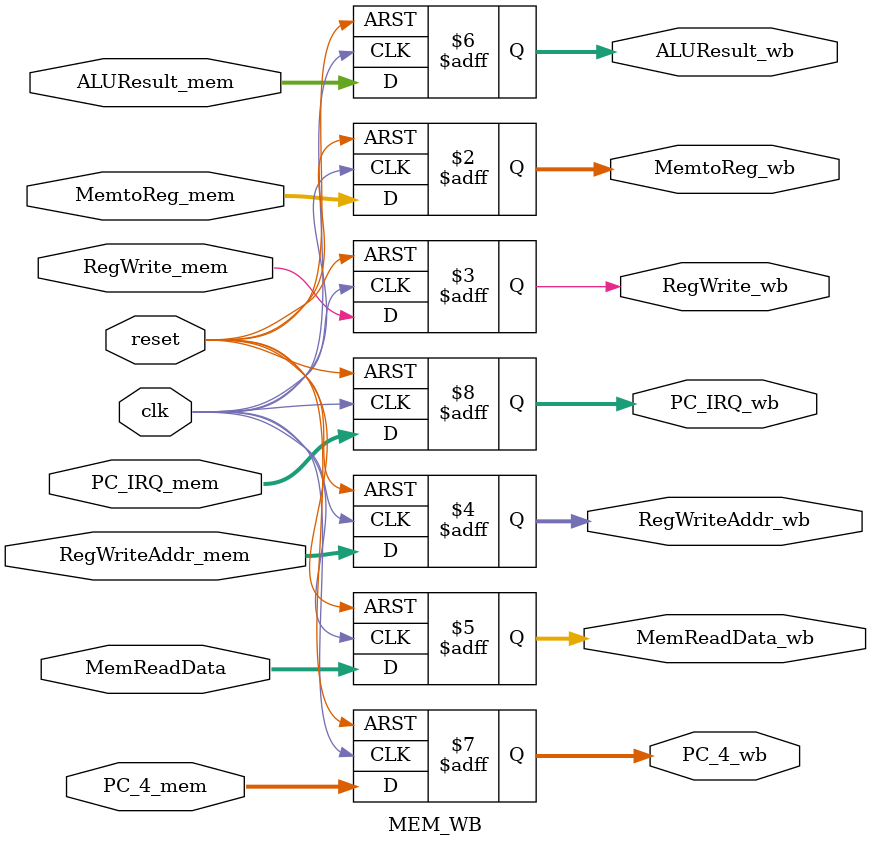
<source format=v>
module MEM_WB(reset,clk,MemtoReg_mem,MemtoReg_wb,RegWrite_mem,RegWrite_wb,RegWriteAddr_mem,RegWriteAddr_wb,
              ALUResult_mem,ALUResult_wb,MemReadData,MemReadData_wb,PC_4_mem,PC_4_wb,PC_IRQ_mem,PC_IRQ_wb);
  input clk,reset,RegWrite_mem;
  input [1:0]MemtoReg_mem;
  input [4:0]RegWriteAddr_mem;
  input [31:0] MemReadData,ALUResult_mem,PC_4_mem,PC_IRQ_mem;
  output reg [1:0]MemtoReg_wb;
  output reg RegWrite_wb;
  output reg [4:0]RegWriteAddr_wb;
  output reg [31:0]MemReadData_wb,ALUResult_wb,PC_4_wb,PC_IRQ_wb;
  always@(posedge reset or posedge clk)
  begin
    if (reset)
      begin
       MemReadData_wb<=0;
       ALUResult_wb<=0;
       MemtoReg_wb<=0;
       RegWrite_wb<=0; 
       PC_4_wb<=0;
       PC_IRQ_wb<=0;
       RegWriteAddr_wb<=0;
      end
    else 
      begin
        RegWriteAddr_wb<=RegWriteAddr_mem;
        PC_4_wb<=PC_4_mem;
        MemReadData_wb<=MemReadData;
        ALUResult_wb<=ALUResult_mem;
        MemtoReg_wb<=MemtoReg_mem;
        RegWrite_wb<=RegWrite_mem;
        PC_IRQ_wb<=PC_IRQ_mem;
      end
  end
endmodule

</source>
